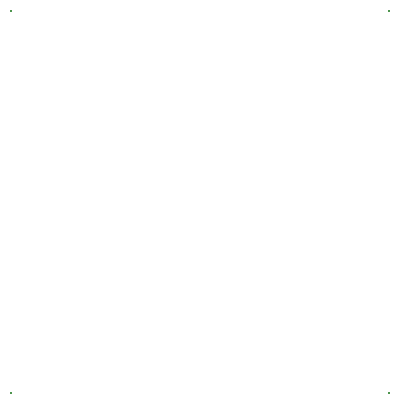
<source format=gbs>
G04*
G04 #@! TF.GenerationSoftware,Altium Limited,Altium Designer,23.2.1 (34)*
G04*
G04 Layer_Color=16711935*
%FSLAX44Y44*%
%MOMM*%
G71*
G04*
G04 #@! TF.SameCoordinates,6A6E008A-4200-4647-9FD2-FB3E41D18EF4*
G04*
G04*
G04 #@! TF.FilePolarity,Negative*
G04*
G01*
G75*
%ADD34C,0.2032*%
D34*
X350000Y136500D02*
D03*
X30000D02*
D03*
X350000Y460000D02*
D03*
X30000D02*
D03*
M02*

</source>
